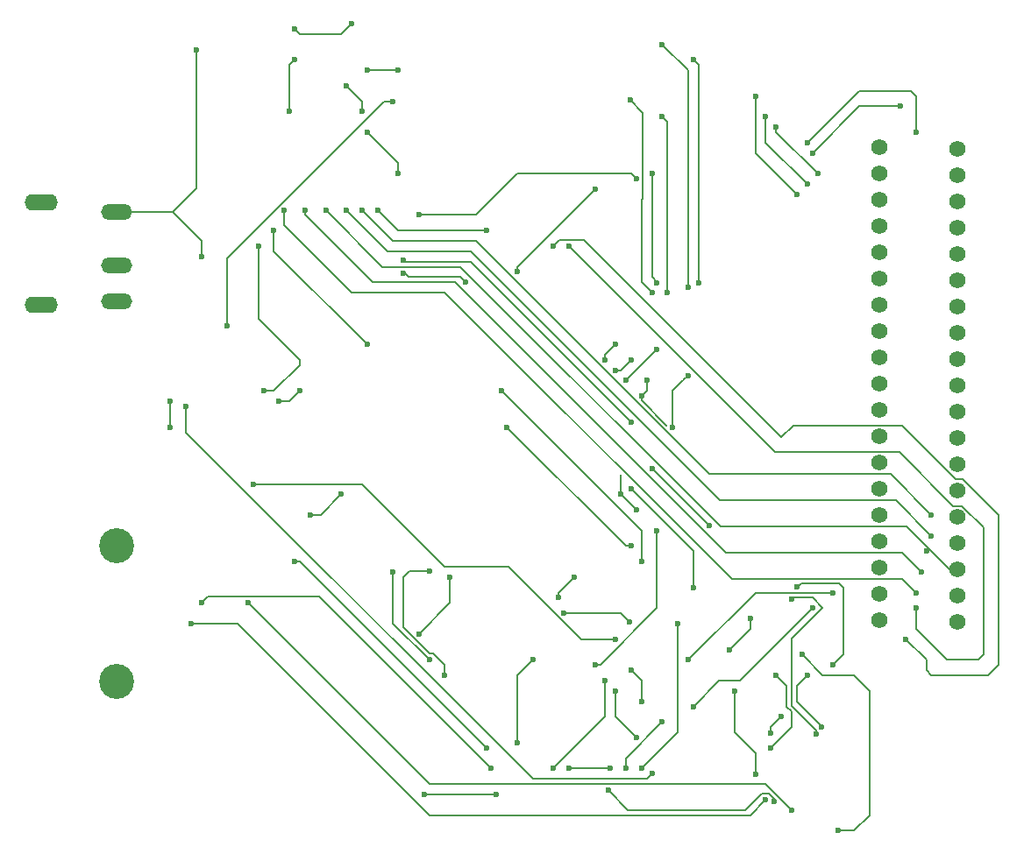
<source format=gbl>
%TF.GenerationSoftware,KiCad,Pcbnew,8.0.3*%
%TF.CreationDate,2024-09-12T11:00:01-04:00*%
%TF.ProjectId,G7 Senior Design V2,47372053-656e-4696-9f72-204465736967,rev?*%
%TF.SameCoordinates,Original*%
%TF.FileFunction,Copper,L2,Bot*%
%TF.FilePolarity,Positive*%
%FSLAX46Y46*%
G04 Gerber Fmt 4.6, Leading zero omitted, Abs format (unit mm)*
G04 Created by KiCad (PCBNEW 8.0.3) date 2024-09-12 11:00:01*
%MOMM*%
%LPD*%
G01*
G04 APERTURE LIST*
%TA.AperFunction,ComponentPad*%
%ADD10C,1.574800*%
%TD*%
%TA.AperFunction,ComponentPad*%
%ADD11O,3.000000X1.500000*%
%TD*%
%TA.AperFunction,ComponentPad*%
%ADD12O,3.200000X1.600000*%
%TD*%
%TA.AperFunction,ComponentPad*%
%ADD13C,3.376000*%
%TD*%
%TA.AperFunction,ViaPad*%
%ADD14C,0.600000*%
%TD*%
%TA.AperFunction,Conductor*%
%ADD15C,0.200000*%
%TD*%
G04 APERTURE END LIST*
D10*
%TO.P,J4,1,1*%
%TO.N,Net-(U1-CMD)*%
X184500000Y-117200000D03*
%TO.P,J4,2,2*%
%TO.N,Net-(U1-CLK)*%
X184500000Y-114660000D03*
%TO.P,J4,3,3*%
%TO.N,Net-(U2-GPIO7)*%
X184500000Y-112120000D03*
%TO.P,J4,4,4*%
%TO.N,Net-(U2-GPIO6{slash}EXTRXE{slash}SPIPHA)*%
X184500000Y-109580000D03*
%TO.P,J4,5,5*%
%TO.N,Net-(U2-GPIO5{slash}EXTTXE{slash}SPIPOL)*%
X184500000Y-107040000D03*
%TO.P,J4,6,6*%
%TO.N,Net-(U2-GPIO4{slash}EXTPA)*%
X184500000Y-104500000D03*
%TO.P,J4,7,7*%
%TO.N,unconnected-(J4-Pad7)*%
X184500000Y-101960000D03*
%TO.P,J4,8,8*%
%TO.N,unconnected-(J4-Pad8)*%
X184500000Y-99420000D03*
%TO.P,J4,9,9*%
%TO.N,unconnected-(J4-Pad9)*%
X184500000Y-96880000D03*
%TO.P,J4,10,10*%
%TO.N,unconnected-(J4-Pad10)*%
X184500000Y-94340000D03*
%TO.P,J4,11,11*%
%TO.N,unconnected-(J4-Pad11)*%
X184500000Y-91800000D03*
%TO.P,J4,12,12*%
%TO.N,unconnected-(J4-Pad12)*%
X184500000Y-89260000D03*
%TO.P,J4,13,13*%
%TO.N,unconnected-(J4-Pad13)*%
X184500000Y-86720000D03*
%TO.P,J4,14,14*%
%TO.N,unconnected-(J4-Pad14)*%
X184500000Y-84180000D03*
%TO.P,J4,15,15*%
%TO.N,unconnected-(J4-Pad15)*%
X184500000Y-81640000D03*
%TO.P,J4,16,16*%
%TO.N,unconnected-(J4-Pad16)*%
X184500000Y-79100000D03*
%TO.P,J4,17,17*%
%TO.N,unconnected-(J4-Pad17)*%
X184500000Y-76560000D03*
%TO.P,J4,18,18*%
%TO.N,unconnected-(J4-Pad18)*%
X184500000Y-74020000D03*
%TO.P,J4,19,19*%
%TO.N,unconnected-(J4-Pad19)*%
X184500000Y-71480000D03*
%TD*%
%TO.P,J3,1,1*%
%TO.N,Net-(U1-SENSOR_VP)*%
X192000000Y-117360000D03*
%TO.P,J3,2,2*%
%TO.N,Net-(U1-SENSOR_VN)*%
X192000000Y-114820000D03*
%TO.P,J3,3,3*%
%TO.N,Net-(U1-IO35)*%
X192000000Y-112280000D03*
%TO.P,J3,4,4*%
%TO.N,Net-(U1-IO25)*%
X192000000Y-109740000D03*
%TO.P,J3,5,5*%
%TO.N,Net-(U1-IO26)*%
X192000000Y-107200000D03*
%TO.P,J3,6,6*%
%TO.N,Net-(U1-IO14)*%
X192000000Y-104660000D03*
%TO.P,J3,7,7*%
%TO.N,/EN*%
X192000000Y-102120000D03*
%TO.P,J3,8,8*%
%TO.N,Net-(U1-IO13)*%
X192000000Y-99580000D03*
%TO.P,J3,9,9*%
%TO.N,Net-(U1-SD2)*%
X192000000Y-97040000D03*
%TO.P,J3,10,10*%
%TO.N,Net-(U1-SD3)*%
X192000000Y-94500000D03*
%TO.P,J3,11,11*%
%TO.N,Net-(U1-SD0)*%
X192000000Y-91960000D03*
%TO.P,J3,12,12*%
%TO.N,Net-(U1-SD1)*%
X192000000Y-89420000D03*
%TO.P,J3,13,13*%
%TO.N,Net-(U1-IO15)*%
X192000000Y-86880000D03*
%TO.P,J3,14,14*%
%TO.N,Net-(U1-IO22)*%
X192000000Y-84340000D03*
%TO.P,J3,15,15*%
%TO.N,Net-(U1-IO21)*%
X192000000Y-81800000D03*
%TO.P,J3,16,16*%
%TO.N,Net-(U1-IO5)*%
X192000000Y-79260000D03*
%TO.P,J3,17,17*%
%TO.N,Net-(U1-IO17)*%
X192000000Y-76720000D03*
%TO.P,J3,18,18*%
%TO.N,Net-(U1-IO16)*%
X192000000Y-74180000D03*
%TO.P,J3,19,19*%
%TO.N,Net-(U1-IO2)*%
X192000000Y-71640000D03*
%TD*%
D11*
%TO.P,J2,1*%
%TO.N,Net-(U3-VIN)*%
X110800000Y-86300000D03*
%TO.P,J2,2*%
%TO.N,GND*%
X110800000Y-77700000D03*
%TO.P,J2,3*%
X110800000Y-82900000D03*
D12*
%TO.P,J2,S1,SHIELD*%
%TO.N,unconnected-(J2-SHIELD-PadS1)*%
X103500000Y-86700000D03*
%TO.P,J2,S2,SHIELD__1*%
%TO.N,unconnected-(J2-SHIELD__1-PadS2)*%
X103500000Y-76800000D03*
%TD*%
D13*
%TO.P,J1,S1,SHIELD*%
%TO.N,unconnected-(J1-SHIELD-PadS1)*%
X110792500Y-109930000D03*
%TO.P,J1,S2,SHIELD__1*%
%TO.N,unconnected-(J1-SHIELD__1-PadS2)*%
X110792500Y-123070000D03*
%TD*%
D14*
%TO.N,Net-(U1-IO4)*%
X142500000Y-122500000D03*
X141000000Y-112400000D03*
X158000000Y-92000000D03*
X159000000Y-90500000D03*
X163000000Y-84600000D03*
X162500000Y-74000000D03*
%TO.N,Net-(U1-IO18)*%
X140500000Y-134000000D03*
X147500000Y-134000000D03*
X149500000Y-129000000D03*
X151010000Y-120990000D03*
X153500000Y-115000000D03*
X155000000Y-113000000D03*
X161500000Y-95500000D03*
X162000000Y-94000000D03*
X164000000Y-85500000D03*
X163500000Y-68500000D03*
%TO.N,Net-(U1-IO19)*%
X140000000Y-118500000D03*
X143000000Y-113000000D03*
X159000000Y-93000000D03*
X160500000Y-92000000D03*
X162500000Y-85500000D03*
X160390000Y-66890000D03*
%TO.N,/IO0*%
X138500000Y-83600000D03*
X144500000Y-84500000D03*
X161000000Y-74500000D03*
X140000000Y-78000000D03*
X138500000Y-82400000D03*
X160500000Y-98000000D03*
X160500000Y-104500000D03*
X166500000Y-114000000D03*
X172000000Y-117000000D03*
X170000000Y-120000000D03*
%TO.N,Net-(U1-IO27)*%
X160500000Y-110000000D03*
X148500000Y-98500000D03*
%TO.N,Net-(U1-IO34)*%
X138000000Y-64000000D03*
X135000000Y-64000000D03*
X126000000Y-79500000D03*
X135000000Y-90500000D03*
X132500000Y-105000000D03*
X129500000Y-107000000D03*
X128000000Y-111500000D03*
X146500000Y-129500000D03*
%TO.N,Net-(IC3-RXD)*%
X166500000Y-63000000D03*
X167000000Y-84600000D03*
X166000000Y-93500000D03*
X164500000Y-98500000D03*
X162500000Y-102500000D03*
X168000000Y-108000000D03*
X176500000Y-113900000D03*
X180000000Y-121500000D03*
X177500000Y-122500000D03*
%TO.N,Net-(IC3-TXD)*%
X163500000Y-61500000D03*
X166000000Y-85000000D03*
X163000000Y-91000000D03*
X160000000Y-94000000D03*
X159500000Y-105000000D03*
X161000000Y-106500000D03*
X176000000Y-115100000D03*
X178400000Y-128124697D03*
%TO.N,Net-(IC3-RXD)*%
X178900000Y-127500000D03*
%TO.N,Net-(IC3-VDD)*%
X124000000Y-104000000D03*
X159000000Y-119000000D03*
%TO.N,GND*%
X154000000Y-116500000D03*
X160325735Y-117325735D03*
%TO.N,Net-(U1-IO33)*%
X161500000Y-111500000D03*
X148000000Y-95000000D03*
%TO.N,/EN*%
X133000000Y-65500000D03*
X134500000Y-68000000D03*
X135000000Y-70000000D03*
X138000000Y-74000000D03*
%TO.N,Net-(U1-IO23)*%
X141000000Y-121000000D03*
X137500000Y-112500000D03*
X149500000Y-83500000D03*
X157000000Y-75500000D03*
%TO.N,GND*%
X174500000Y-122500000D03*
X174000000Y-129500000D03*
%TO.N,Net-(IC3-DTR)*%
X175000000Y-126500000D03*
X174000000Y-128100000D03*
%TO.N,Net-(IC3-D-)*%
X174325735Y-134674265D03*
X158270674Y-133600000D03*
X158500000Y-131500000D03*
X154500000Y-131500000D03*
X147000000Y-131500000D03*
X119000000Y-115500000D03*
%TO.N,Net-(IC3-D+)*%
X118000000Y-117500000D03*
X173500000Y-134500000D03*
%TO.N,Net-(U2-GPIO6{slash}EXTRXE{slash}SPIPHA)*%
X159000000Y-124000000D03*
X161000000Y-128500000D03*
X166500000Y-125500000D03*
X178000000Y-116000000D03*
%TO.N,Net-(U2-GPIO5{slash}EXTTXE{slash}SPIPOL)*%
X163000000Y-108500000D03*
X157000000Y-121500000D03*
%TO.N,Net-(U2-GPIO7)*%
X180000000Y-114500000D03*
X166000000Y-121000000D03*
X163500000Y-127000000D03*
X160000000Y-131500000D03*
%TO.N,Net-(IC3-VDD)*%
X160500000Y-122000000D03*
X161500000Y-125000000D03*
%TO.N,Net-(U2-RSTN)*%
X165000000Y-117500000D03*
X161500000Y-131500000D03*
%TO.N,Net-(U2-EXTON)*%
X153000000Y-131500000D03*
X158000000Y-123000000D03*
%TO.N,Net-(U2-WAKEUP)*%
X162500000Y-132000000D03*
%TO.N,Net-(U3-VIN)*%
X116000000Y-96000000D03*
X116000000Y-98500000D03*
%TO.N,Net-(IC3-VBUS)*%
X176000000Y-135500000D03*
X123500000Y-115500000D03*
%TO.N,Net-(U1-CMD)*%
X187000000Y-119000000D03*
X153000000Y-81000000D03*
%TO.N,Net-(U1-CLK)*%
X188000000Y-116000000D03*
X154500000Y-81000000D03*
%TO.N,Net-(U2-WAKEUP)*%
X117500000Y-96500000D03*
%TO.N,/IO0*%
X170500000Y-124000000D03*
X172500000Y-132100000D03*
%TO.N,Net-(IC3-SUSPENDB)*%
X180500000Y-137500000D03*
X177000000Y-120500000D03*
%TO.N,/EN*%
X126500000Y-96000000D03*
X128500000Y-95000000D03*
%TO.N,Net-(IC3-VDD)*%
X133500000Y-59500000D03*
X128000000Y-60000000D03*
X128000000Y-63000000D03*
X127500000Y-68000000D03*
X124500000Y-81000000D03*
X125000000Y-95000000D03*
%TO.N,Net-(U1-IO32)*%
X137500000Y-67000000D03*
X121500000Y-88673400D03*
%TO.N,Net-(U1-SENSOR_VP)*%
X127000000Y-77500000D03*
X188000000Y-114500000D03*
%TO.N,Net-(U1-SENSOR_VN)*%
X129000000Y-77500000D03*
X188500000Y-112500000D03*
%TO.N,Net-(U1-IO35)*%
X131000000Y-77500000D03*
X189000000Y-110500000D03*
%TO.N,Net-(U1-IO25)*%
X133000000Y-77500000D03*
X189500000Y-109000000D03*
%TO.N,Net-(U1-IO26)*%
X134500000Y-77500000D03*
X189500000Y-107000000D03*
%TO.N,Net-(U1-IO14)*%
X136000000Y-77500000D03*
X146500000Y-79500000D03*
%TO.N,Net-(U1-IO22)*%
X172500000Y-66500000D03*
X176500000Y-76000000D03*
%TO.N,Net-(U1-IO21)*%
X173500000Y-68500000D03*
X177500000Y-75000000D03*
%TO.N,Net-(U1-IO5)*%
X174500000Y-69500000D03*
X178500000Y-74000000D03*
%TO.N,Net-(U1-IO17)*%
X177500000Y-71000000D03*
X188000000Y-70000000D03*
%TO.N,Net-(U1-IO16)*%
X178000000Y-72000000D03*
X186500000Y-67500000D03*
%TO.N,GND*%
X118500000Y-62000000D03*
X119000000Y-82000000D03*
%TD*%
D15*
%TO.N,Net-(U1-IO4)*%
X141051471Y-120400000D02*
X141400000Y-120400000D01*
X138500000Y-117848529D02*
X141051471Y-120400000D01*
X142500000Y-121500000D02*
X142500000Y-122500000D01*
X139100000Y-112400000D02*
X138500000Y-113000000D01*
X138500000Y-113000000D02*
X138500000Y-117848529D01*
X141000000Y-112400000D02*
X139100000Y-112400000D01*
X141400000Y-120400000D02*
X142500000Y-121500000D01*
X158000000Y-91500000D02*
X158000000Y-92000000D01*
X159000000Y-90500000D02*
X158000000Y-91500000D01*
X163000000Y-84500000D02*
X163000000Y-84600000D01*
X162500000Y-84000000D02*
X163000000Y-84500000D01*
X162500000Y-74000000D02*
X162500000Y-84000000D01*
%TO.N,Net-(U1-IO18)*%
X147500000Y-134000000D02*
X140500000Y-134000000D01*
X149500000Y-122500000D02*
X149500000Y-129000000D01*
X151010000Y-120990000D02*
X149500000Y-122500000D01*
X153500000Y-114500000D02*
X153500000Y-115000000D01*
X155000000Y-113000000D02*
X153500000Y-114500000D01*
X161500000Y-95934314D02*
X163900000Y-98334314D01*
X161500000Y-95500000D02*
X161500000Y-95934314D01*
X162000000Y-95000000D02*
X161500000Y-95500000D01*
X162000000Y-94000000D02*
X162000000Y-95000000D01*
X164000000Y-69000000D02*
X164000000Y-85500000D01*
X163500000Y-68500000D02*
X164000000Y-69000000D01*
%TO.N,Net-(U1-IO19)*%
X143000000Y-115500000D02*
X140000000Y-118500000D01*
X143000000Y-113000000D02*
X143000000Y-115500000D01*
X159500000Y-93000000D02*
X159000000Y-93000000D01*
X160500000Y-92000000D02*
X159500000Y-93000000D01*
X161500000Y-84500000D02*
X162500000Y-85500000D01*
X161500000Y-76500000D02*
X161500000Y-84500000D01*
X161600000Y-68100000D02*
X161600000Y-76400000D01*
X160390000Y-66890000D02*
X161600000Y-68100000D01*
X161600000Y-76400000D02*
X161500000Y-76500000D01*
%TO.N,/IO0*%
X138500000Y-83500000D02*
X138500000Y-83600000D01*
X139000000Y-84000000D02*
X138500000Y-83500000D01*
X144000000Y-84000000D02*
X139000000Y-84000000D01*
X144500000Y-84500000D02*
X144000000Y-84000000D01*
X160500000Y-74000000D02*
X161000000Y-74500000D01*
X149500000Y-74000000D02*
X160500000Y-74000000D01*
X145500000Y-78000000D02*
X149500000Y-74000000D01*
X140000000Y-78000000D02*
X145500000Y-78000000D01*
X145000000Y-82500000D02*
X138500000Y-82500000D01*
X138500000Y-82500000D02*
X138500000Y-82400000D01*
X160500000Y-98000000D02*
X145000000Y-82500000D01*
X166500000Y-110500000D02*
X160500000Y-104500000D01*
X166500000Y-114000000D02*
X166500000Y-110500000D01*
X172000000Y-118000000D02*
X172000000Y-117000000D01*
X170000000Y-120000000D02*
X172000000Y-118000000D01*
%TO.N,Net-(U1-IO27)*%
X160000000Y-110000000D02*
X160500000Y-110000000D01*
X148500000Y-98500000D02*
X160000000Y-110000000D01*
%TO.N,Net-(U1-IO34)*%
X135000000Y-64000000D02*
X138000000Y-64000000D01*
X126000000Y-81500000D02*
X126000000Y-79500000D01*
X135000000Y-90500000D02*
X126000000Y-81500000D01*
X130500000Y-107000000D02*
X132500000Y-105000000D01*
X129500000Y-107000000D02*
X130500000Y-107000000D01*
X128500000Y-111500000D02*
X128000000Y-111500000D01*
X146500000Y-129500000D02*
X128500000Y-111500000D01*
%TO.N,Net-(IC3-RXD)*%
X167000000Y-63500000D02*
X166500000Y-63000000D01*
X167000000Y-84600000D02*
X167000000Y-63500000D01*
X165500000Y-94000000D02*
X166000000Y-93500000D01*
X164500000Y-95000000D02*
X165500000Y-94000000D01*
X164500000Y-98500000D02*
X164500000Y-95000000D01*
X168000000Y-108000000D02*
X162500000Y-102500000D01*
X176500000Y-114000000D02*
X176500000Y-113900000D01*
X176892600Y-113607400D02*
X176500000Y-114000000D01*
X180607400Y-113607400D02*
X176892600Y-113607400D01*
X181000000Y-114000000D02*
X180607400Y-113607400D01*
X181000000Y-120500000D02*
X181000000Y-114000000D01*
X180000000Y-121500000D02*
X181000000Y-120500000D01*
X176500000Y-123500000D02*
X177500000Y-122500000D01*
X176500000Y-125000000D02*
X176500000Y-123500000D01*
X178900000Y-127500000D02*
X178900000Y-127400000D01*
X178900000Y-127400000D02*
X176500000Y-125000000D01*
%TO.N,Net-(IC3-TXD)*%
X166000000Y-64000000D02*
X163500000Y-61500000D01*
X166000000Y-85000000D02*
X166000000Y-64000000D01*
X160000000Y-94000000D02*
X163000000Y-91000000D01*
X159500000Y-105000000D02*
X159500000Y-103065686D01*
X161000000Y-106500000D02*
X159500000Y-105000000D01*
X179000000Y-116000000D02*
X178000000Y-115000000D01*
X176032843Y-118967157D02*
X179000000Y-116000000D01*
X178400000Y-128124697D02*
X178400000Y-127834314D01*
X178000000Y-115000000D02*
X176000000Y-115000000D01*
X176032843Y-125467157D02*
X176032843Y-118967157D01*
X176000000Y-115000000D02*
X176000000Y-115100000D01*
X178400000Y-127834314D02*
X176032843Y-125467157D01*
%TO.N,Net-(IC3-VDD)*%
X134500000Y-104000000D02*
X124000000Y-104000000D01*
X142500000Y-112000000D02*
X134500000Y-104000000D01*
X148651471Y-112000000D02*
X142500000Y-112000000D01*
X155651471Y-119000000D02*
X148651471Y-112000000D01*
X159000000Y-119000000D02*
X155651471Y-119000000D01*
%TO.N,Net-(U2-GPIO5{slash}EXTTXE{slash}SPIPOL)*%
X163000000Y-116000000D02*
X163000000Y-108500000D01*
X157000000Y-121500000D02*
X157500000Y-121500000D01*
X157500000Y-121500000D02*
X163000000Y-116000000D01*
%TO.N,GND*%
X159500000Y-116500000D02*
X154000000Y-116500000D01*
X160325735Y-117325735D02*
X159500000Y-116500000D01*
%TO.N,Net-(U1-IO33)*%
X161500000Y-108500000D02*
X161500000Y-111500000D01*
X148000000Y-95000000D02*
X161500000Y-108500000D01*
%TO.N,/EN*%
X134500000Y-67000000D02*
X133000000Y-65500000D01*
X134500000Y-68000000D02*
X134500000Y-67000000D01*
X138000000Y-73000000D02*
X135000000Y-70000000D01*
X138000000Y-74000000D02*
X138000000Y-73000000D01*
%TO.N,Net-(U1-IO23)*%
X137500000Y-117500000D02*
X141000000Y-121000000D01*
X137500000Y-112500000D02*
X137500000Y-117500000D01*
X149500000Y-83000000D02*
X149500000Y-83500000D01*
X157000000Y-75500000D02*
X149500000Y-83000000D01*
%TO.N,GND*%
X175500000Y-123500000D02*
X174500000Y-122500000D01*
X175500000Y-125500000D02*
X175500000Y-123500000D01*
X176000000Y-126000000D02*
X175500000Y-125500000D01*
X176000000Y-127500000D02*
X176000000Y-126000000D01*
X174000000Y-129500000D02*
X176000000Y-127500000D01*
%TO.N,Net-(IC3-DTR)*%
X174000000Y-127500000D02*
X175000000Y-126500000D01*
X174000000Y-128100000D02*
X174000000Y-127500000D01*
%TO.N,Net-(IC3-D-)*%
X173834314Y-133900000D02*
X174325735Y-134391421D01*
X173100000Y-133900000D02*
X173834314Y-133900000D01*
X172000000Y-135000000D02*
X173100000Y-133900000D01*
X171500000Y-135500000D02*
X172000000Y-135000000D01*
X174325735Y-134391421D02*
X174325735Y-134674265D01*
X170000000Y-135500000D02*
X171500000Y-135500000D01*
X160170674Y-135500000D02*
X170000000Y-135500000D01*
X158270674Y-133600000D02*
X160170674Y-135500000D01*
X154500000Y-131500000D02*
X158500000Y-131500000D01*
X130400000Y-114900000D02*
X147000000Y-131500000D01*
X119600000Y-114900000D02*
X130400000Y-114900000D01*
X119000000Y-115500000D02*
X119600000Y-114900000D01*
%TO.N,Net-(IC3-D+)*%
X122500000Y-117500000D02*
X118000000Y-117500000D01*
X172000000Y-136000000D02*
X141000000Y-136000000D01*
X173500000Y-134500000D02*
X172000000Y-136000000D01*
X141000000Y-136000000D02*
X122500000Y-117500000D01*
%TO.N,Net-(U2-GPIO6{slash}EXTRXE{slash}SPIPHA)*%
X159000000Y-126500000D02*
X159000000Y-124000000D01*
X161000000Y-128500000D02*
X159000000Y-126500000D01*
X169000000Y-123000000D02*
X166500000Y-125500000D01*
X171000000Y-123000000D02*
X169000000Y-123000000D01*
X178000000Y-116000000D02*
X171000000Y-123000000D01*
%TO.N,Net-(U2-GPIO7)*%
X172500000Y-114500000D02*
X180000000Y-114500000D01*
X166000000Y-121000000D02*
X172500000Y-114500000D01*
X160000000Y-130500000D02*
X163500000Y-127000000D01*
X160000000Y-131500000D02*
X160000000Y-130500000D01*
%TO.N,Net-(IC3-VDD)*%
X161500000Y-123000000D02*
X160500000Y-122000000D01*
X161500000Y-125000000D02*
X161500000Y-123000000D01*
%TO.N,Net-(U2-RSTN)*%
X165000000Y-128000000D02*
X165000000Y-117500000D01*
X161500000Y-131500000D02*
X165000000Y-128000000D01*
%TO.N,Net-(U2-EXTON)*%
X158000000Y-126500000D02*
X153000000Y-131500000D01*
X158000000Y-123000000D02*
X158000000Y-126500000D01*
%TO.N,Net-(U2-WAKEUP)*%
X151000000Y-132500000D02*
X162000000Y-132500000D01*
X117500000Y-96500000D02*
X117500000Y-99000000D01*
X117500000Y-99000000D02*
X151000000Y-132500000D01*
X162000000Y-132500000D02*
X162500000Y-132000000D01*
%TO.N,Net-(U3-VIN)*%
X116000000Y-96500000D02*
X116000000Y-96000000D01*
X116000000Y-98500000D02*
X116000000Y-96500000D01*
%TO.N,Net-(IC3-VBUS)*%
X173500000Y-133000000D02*
X176000000Y-135500000D01*
X141000000Y-133000000D02*
X173500000Y-133000000D01*
X123500000Y-115500000D02*
X141000000Y-133000000D01*
%TO.N,Net-(U1-CMD)*%
X195000000Y-122500000D02*
X189500000Y-122500000D01*
X196000000Y-121500000D02*
X195000000Y-122500000D01*
X196000000Y-107000000D02*
X196000000Y-121500000D01*
X192500000Y-103500000D02*
X196000000Y-107000000D01*
X189000000Y-121000000D02*
X187000000Y-119000000D01*
X191842184Y-103500000D02*
X192500000Y-103500000D01*
X186674784Y-98332600D02*
X191842184Y-103500000D01*
X176167400Y-98332600D02*
X186674784Y-98332600D01*
X175000000Y-99500000D02*
X176167400Y-98332600D01*
X155900000Y-80400000D02*
X175000000Y-99500000D01*
X189500000Y-122500000D02*
X189000000Y-122000000D01*
X153600000Y-80400000D02*
X155900000Y-80400000D01*
X189000000Y-122000000D02*
X189000000Y-121000000D01*
X153000000Y-81000000D02*
X153600000Y-80400000D01*
%TO.N,Net-(U1-CLK)*%
X188000000Y-118000000D02*
X188000000Y-116000000D01*
X191000000Y-121000000D02*
X188000000Y-118000000D01*
X194000000Y-121000000D02*
X191000000Y-121000000D01*
X194500000Y-120500000D02*
X194000000Y-121000000D01*
X194500000Y-108162184D02*
X194500000Y-120500000D01*
X192450416Y-106112600D02*
X194500000Y-108162184D01*
X191612600Y-106112600D02*
X192450416Y-106112600D01*
X186372600Y-100872600D02*
X191612600Y-106112600D01*
X174372600Y-100872600D02*
X186372600Y-100872600D01*
X154500000Y-81000000D02*
X174372600Y-100872600D01*
%TO.N,/IO0*%
X170500000Y-128000000D02*
X170500000Y-124000000D01*
X172500000Y-130000000D02*
X170500000Y-128000000D01*
X172500000Y-132100000D02*
X172500000Y-130000000D01*
%TO.N,Net-(IC3-SUSPENDB)*%
X182000000Y-137500000D02*
X180500000Y-137500000D01*
X183500000Y-124000000D02*
X183500000Y-127500000D01*
X183500000Y-127500000D02*
X183500000Y-136000000D01*
X183500000Y-136000000D02*
X182000000Y-137500000D01*
X182000000Y-122500000D02*
X183500000Y-124000000D01*
X179000000Y-122500000D02*
X182000000Y-122500000D01*
X177000000Y-120500000D02*
X179000000Y-122500000D01*
%TO.N,/EN*%
X127500000Y-96000000D02*
X126500000Y-96000000D01*
X128500000Y-95000000D02*
X127500000Y-96000000D01*
%TO.N,Net-(IC3-VDD)*%
X128500000Y-60500000D02*
X132500000Y-60500000D01*
X132500000Y-60500000D02*
X133500000Y-59500000D01*
X128000000Y-60000000D02*
X128500000Y-60500000D01*
X127500000Y-63500000D02*
X128000000Y-63000000D01*
X127500000Y-68000000D02*
X127500000Y-63500000D01*
X124500000Y-88000000D02*
X124500000Y-81000000D01*
X128500000Y-92000000D02*
X124500000Y-88000000D01*
X128500000Y-92500000D02*
X128500000Y-92000000D01*
X126000000Y-95000000D02*
X128500000Y-92500000D01*
X125000000Y-95000000D02*
X126000000Y-95000000D01*
%TO.N,Net-(U1-IO32)*%
X136651471Y-67000000D02*
X137500000Y-67000000D01*
X121500000Y-82151471D02*
X136651471Y-67000000D01*
X121500000Y-88673400D02*
X121500000Y-82151471D01*
%TO.N,Net-(U1-SENSOR_VP)*%
X133500000Y-85500000D02*
X127000000Y-79000000D01*
X170207400Y-113207400D02*
X142500000Y-85500000D01*
X127000000Y-79000000D02*
X127000000Y-77500000D01*
X186707400Y-113207400D02*
X170207400Y-113207400D01*
X142500000Y-85500000D02*
X133500000Y-85500000D01*
X188000000Y-114500000D02*
X186707400Y-113207400D01*
%TO.N,Net-(U1-SENSOR_VN)*%
X129000000Y-78000000D02*
X129000000Y-77500000D01*
X135500000Y-84500000D02*
X129000000Y-78000000D01*
X143500000Y-84500000D02*
X135500000Y-84500000D01*
X186667400Y-110667400D02*
X169667400Y-110667400D01*
X169667400Y-110667400D02*
X143500000Y-84500000D01*
X188500000Y-112500000D02*
X186667400Y-110667400D01*
%TO.N,Net-(U1-IO35)*%
X144000000Y-83000000D02*
X136500000Y-83000000D01*
X187125216Y-108127400D02*
X169127400Y-108127400D01*
X169127400Y-108127400D02*
X144000000Y-83000000D01*
X191277816Y-112280000D02*
X187125216Y-108127400D01*
X136500000Y-83000000D02*
X131000000Y-77500000D01*
X192000000Y-112280000D02*
X191277816Y-112280000D01*
%TO.N,Net-(U1-IO25)*%
X137000000Y-81500000D02*
X133000000Y-77500000D01*
X145000000Y-81500000D02*
X137000000Y-81500000D01*
X169087400Y-105587400D02*
X145000000Y-81500000D01*
X186087400Y-105587400D02*
X169087400Y-105587400D01*
X189500000Y-109000000D02*
X186087400Y-105587400D01*
%TO.N,Net-(U1-IO26)*%
X137500000Y-80500000D02*
X134500000Y-77500000D01*
X145500000Y-80500000D02*
X137500000Y-80500000D01*
X168047400Y-103047400D02*
X145500000Y-80500000D01*
X185547400Y-103047400D02*
X168047400Y-103047400D01*
X189500000Y-107000000D02*
X185547400Y-103047400D01*
%TO.N,Net-(U1-IO14)*%
X138000000Y-79500000D02*
X136000000Y-77500000D01*
X146500000Y-79500000D02*
X138000000Y-79500000D01*
%TO.N,Net-(U1-IO22)*%
X172500000Y-72000000D02*
X172500000Y-66500000D01*
X176500000Y-76000000D02*
X172500000Y-72000000D01*
%TO.N,Net-(U1-IO21)*%
X173500000Y-71000000D02*
X173500000Y-68500000D01*
X177500000Y-75000000D02*
X173500000Y-71000000D01*
%TO.N,Net-(U1-IO5)*%
X174500000Y-70000000D02*
X174500000Y-69500000D01*
X178500000Y-74000000D02*
X174500000Y-70000000D01*
%TO.N,Net-(U1-IO17)*%
X187500000Y-66000000D02*
X182500000Y-66000000D01*
X188000000Y-66500000D02*
X187500000Y-66000000D01*
X182500000Y-66000000D02*
X177500000Y-71000000D01*
X188000000Y-70000000D02*
X188000000Y-66500000D01*
%TO.N,Net-(U1-IO16)*%
X182500000Y-67500000D02*
X178000000Y-72000000D01*
X186500000Y-67500000D02*
X182500000Y-67500000D01*
%TO.N,GND*%
X118500000Y-75400000D02*
X118500000Y-62000000D01*
X116200000Y-77700000D02*
X118500000Y-75400000D01*
X119000000Y-80500000D02*
X119000000Y-82000000D01*
X116200000Y-77700000D02*
X119000000Y-80500000D01*
X110800000Y-77700000D02*
X116200000Y-77700000D01*
%TD*%
M02*

</source>
